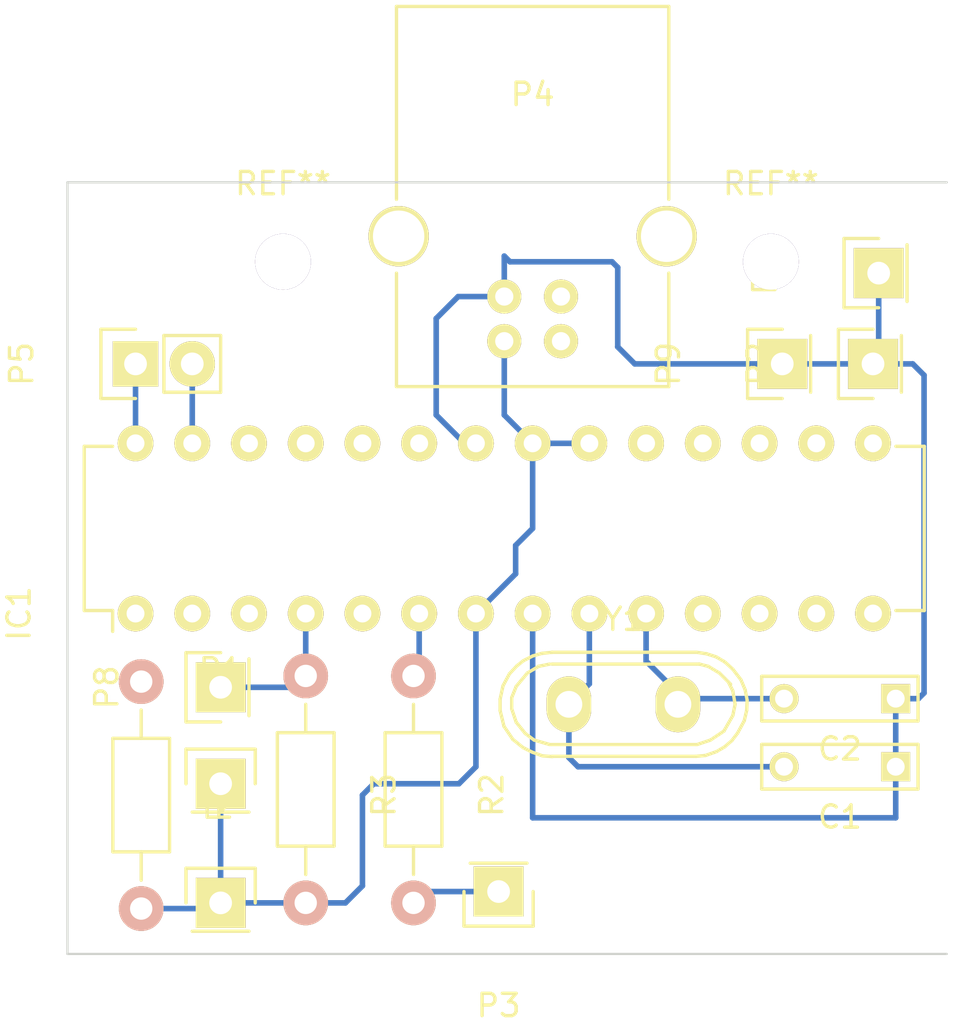
<source format=kicad_pcb>
(kicad_pcb (version 4) (host pcbnew 4.0.2+dfsg1-2~bpo8+1-stable)

  (general
    (links 26)
    (no_connects 2)
    (area 139.197 89.426999 182.673584 135.615)
    (thickness 1.6)
    (drawings 8)
    (tracks 60)
    (zones 0)
    (modules 18)
    (nets 30)
  )

  (page A4)
  (layers
    (0 F.Cu signal)
    (31 B.Cu signal)
    (32 B.Adhes user)
    (33 F.Adhes user)
    (34 B.Paste user)
    (35 F.Paste user)
    (36 B.SilkS user)
    (37 F.SilkS user)
    (38 B.Mask user)
    (39 F.Mask user)
    (40 Dwgs.User user)
    (41 Cmts.User user)
    (42 Eco1.User user)
    (43 Eco2.User user)
    (44 Edge.Cuts user)
    (45 Margin user)
    (46 B.CrtYd user)
    (47 F.CrtYd user)
    (48 B.Fab user)
    (49 F.Fab user)
  )

  (setup
    (last_trace_width 0.25)
    (trace_clearance 0.2)
    (zone_clearance 0.508)
    (zone_45_only no)
    (trace_min 0.2)
    (segment_width 0.2)
    (edge_width 0.1)
    (via_size 0.6)
    (via_drill 0.4)
    (via_min_size 0.4)
    (via_min_drill 0.3)
    (uvia_size 0.3)
    (uvia_drill 0.1)
    (uvias_allowed no)
    (uvia_min_size 0.2)
    (uvia_min_drill 0.1)
    (pcb_text_width 0.3)
    (pcb_text_size 1.5 1.5)
    (mod_edge_width 0.15)
    (mod_text_size 1 1)
    (mod_text_width 0.15)
    (pad_size 1.5 1.5)
    (pad_drill 0.6)
    (pad_to_mask_clearance 0)
    (aux_axis_origin 152.4635 83.4771)
    (visible_elements FFFFFF7F)
    (pcbplotparams
      (layerselection 0x030f0_80000001)
      (usegerberextensions false)
      (excludeedgelayer true)
      (linewidth 0.100000)
      (plotframeref false)
      (viasonmask false)
      (mode 1)
      (useauxorigin false)
      (hpglpennumber 1)
      (hpglpenspeed 20)
      (hpglpendiameter 15)
      (hpglpenoverlay 2)
      (psnegative false)
      (psa4output false)
      (plotreference true)
      (plotvalue true)
      (plotinvisibletext false)
      (padsonsilk false)
      (subtractmaskfromsilk false)
      (outputformat 1)
      (mirror false)
      (drillshape 0)
      (scaleselection 1)
      (outputdirectory /tmp/gerb))
  )

  (net 0 "")
  (net 1 GND)
  (net 2 "Net-(C1-Pad2)")
  (net 3 "Net-(C2-Pad2)")
  (net 4 "Net-(IC1-Pad1)")
  (net 5 "Net-(IC1-Pad2)")
  (net 6 "Net-(IC1-Pad3)")
  (net 7 "Net-(IC1-Pad4)")
  (net 8 "Net-(IC1-Pad5)")
  (net 9 "Net-(IC1-Pad6)")
  (net 10 +5C)
  (net 11 "Net-(IC1-Pad11)")
  (net 12 "Net-(IC1-Pad12)")
  (net 13 "Net-(IC1-Pad13)")
  (net 14 "Net-(IC1-Pad14)")
  (net 15 "Net-(IC1-Pad15)")
  (net 16 "Net-(IC1-Pad16)")
  (net 17 "Net-(IC1-Pad17)")
  (net 18 "Net-(IC1-Pad18)")
  (net 19 "Net-(IC1-Pad19)")
  (net 20 "Net-(IC1-Pad23)")
  (net 21 "Net-(IC1-Pad24)")
  (net 22 "Net-(IC1-Pad25)")
  (net 23 "Net-(IC1-Pad26)")
  (net 24 "Net-(IC1-Pad27)")
  (net 25 "Net-(IC1-Pad28)")
  (net 26 "Net-(P3-Pad1)")
  (net 27 "Net-(P4-Pad2)")
  (net 28 "Net-(P4-Pad3)")
  (net 29 "Net-(P4-Pad5)")

  (net_class Default "This is the default net class."
    (clearance 0.2)
    (trace_width 0.25)
    (via_dia 0.6)
    (via_drill 0.4)
    (uvia_dia 0.3)
    (uvia_drill 0.1)
    (add_net +5C)
    (add_net GND)
    (add_net "Net-(C1-Pad2)")
    (add_net "Net-(C2-Pad2)")
    (add_net "Net-(IC1-Pad1)")
    (add_net "Net-(IC1-Pad11)")
    (add_net "Net-(IC1-Pad12)")
    (add_net "Net-(IC1-Pad13)")
    (add_net "Net-(IC1-Pad14)")
    (add_net "Net-(IC1-Pad15)")
    (add_net "Net-(IC1-Pad16)")
    (add_net "Net-(IC1-Pad17)")
    (add_net "Net-(IC1-Pad18)")
    (add_net "Net-(IC1-Pad19)")
    (add_net "Net-(IC1-Pad2)")
    (add_net "Net-(IC1-Pad23)")
    (add_net "Net-(IC1-Pad24)")
    (add_net "Net-(IC1-Pad25)")
    (add_net "Net-(IC1-Pad26)")
    (add_net "Net-(IC1-Pad27)")
    (add_net "Net-(IC1-Pad28)")
    (add_net "Net-(IC1-Pad3)")
    (add_net "Net-(IC1-Pad4)")
    (add_net "Net-(IC1-Pad5)")
    (add_net "Net-(IC1-Pad6)")
    (add_net "Net-(P3-Pad1)")
    (add_net "Net-(P4-Pad2)")
    (add_net "Net-(P4-Pad3)")
    (add_net "Net-(P4-Pad5)")
  )

  (module Capacitors_ThroughHole:C_Rect_L7_W2_P5 (layer F.Cu) (tedit 0) (tstamp 56FEA689)
    (at 179.578 123.952 180)
    (descr "Film Capacitor Length 7 x Width 2mm, Pitch 5mm")
    (tags Capacitor)
    (path /56E2A4EF)
    (fp_text reference C1 (at 2.5 -2.25 180) (layer F.SilkS)
      (effects (font (size 1 1) (thickness 0.15)))
    )
    (fp_text value "C 22pf" (at 2.5 2.5 180) (layer F.Fab)
      (effects (font (size 1 1) (thickness 0.15)))
    )
    (fp_line (start -1.25 -1.25) (end 6.25 -1.25) (layer F.CrtYd) (width 0.05))
    (fp_line (start 6.25 -1.25) (end 6.25 1.25) (layer F.CrtYd) (width 0.05))
    (fp_line (start 6.25 1.25) (end -1.25 1.25) (layer F.CrtYd) (width 0.05))
    (fp_line (start -1.25 1.25) (end -1.25 -1.25) (layer F.CrtYd) (width 0.05))
    (fp_line (start -1 -1) (end 6 -1) (layer F.SilkS) (width 0.15))
    (fp_line (start 6 -1) (end 6 1) (layer F.SilkS) (width 0.15))
    (fp_line (start 6 1) (end -1 1) (layer F.SilkS) (width 0.15))
    (fp_line (start -1 1) (end -1 -1) (layer F.SilkS) (width 0.15))
    (pad 1 thru_hole rect (at 0 0 180) (size 1.3 1.3) (drill 0.8) (layers *.Cu *.Mask F.SilkS)
      (net 1 GND))
    (pad 2 thru_hole circle (at 5 0 180) (size 1.3 1.3) (drill 0.8) (layers *.Cu *.Mask F.SilkS)
      (net 2 "Net-(C1-Pad2)"))
    (model Capacitors_ThroughHole.3dshapes/C_Rect_L7_W2_P5.wrl
      (at (xyz 0.098425 0 0))
      (scale (xyz 1 1 1))
      (rotate (xyz 0 0 0))
    )
  )

  (module Capacitors_ThroughHole:C_Rect_L7_W2_P5 (layer F.Cu) (tedit 0) (tstamp 56FEA697)
    (at 179.578 120.904 180)
    (descr "Film Capacitor Length 7 x Width 2mm, Pitch 5mm")
    (tags Capacitor)
    (path /56E2A45A)
    (fp_text reference C2 (at 2.5 -2.25 180) (layer F.SilkS)
      (effects (font (size 1 1) (thickness 0.15)))
    )
    (fp_text value C (at 2.5 2.5 180) (layer F.Fab)
      (effects (font (size 1 1) (thickness 0.15)))
    )
    (fp_line (start -1.25 -1.25) (end 6.25 -1.25) (layer F.CrtYd) (width 0.05))
    (fp_line (start 6.25 -1.25) (end 6.25 1.25) (layer F.CrtYd) (width 0.05))
    (fp_line (start 6.25 1.25) (end -1.25 1.25) (layer F.CrtYd) (width 0.05))
    (fp_line (start -1.25 1.25) (end -1.25 -1.25) (layer F.CrtYd) (width 0.05))
    (fp_line (start -1 -1) (end 6 -1) (layer F.SilkS) (width 0.15))
    (fp_line (start 6 -1) (end 6 1) (layer F.SilkS) (width 0.15))
    (fp_line (start 6 1) (end -1 1) (layer F.SilkS) (width 0.15))
    (fp_line (start -1 1) (end -1 -1) (layer F.SilkS) (width 0.15))
    (pad 1 thru_hole rect (at 0 0 180) (size 1.3 1.3) (drill 0.8) (layers *.Cu *.Mask F.SilkS)
      (net 1 GND))
    (pad 2 thru_hole circle (at 5 0 180) (size 1.3 1.3) (drill 0.8) (layers *.Cu *.Mask F.SilkS)
      (net 3 "Net-(C2-Pad2)"))
    (model Capacitors_ThroughHole.3dshapes/C_Rect_L7_W2_P5.wrl
      (at (xyz 0.098425 0 0))
      (scale (xyz 1 1 1))
      (rotate (xyz 0 0 0))
    )
  )

  (module Housings_DIP:DIP-28_W7.62mm (layer F.Cu) (tedit 54130A77) (tstamp 56FEA6C2)
    (at 145.542 117.094 90)
    (descr "28-lead dip package, row spacing 7.62 mm (300 mils)")
    (tags "dil dip 2.54 300")
    (path /56E2A319)
    (fp_text reference IC1 (at 0 -5.22 90) (layer F.SilkS)
      (effects (font (size 1 1) (thickness 0.15)))
    )
    (fp_text value ATMEGA328P-P (at 0 -3.72 90) (layer F.Fab)
      (effects (font (size 1 1) (thickness 0.15)))
    )
    (fp_line (start -1.05 -2.45) (end -1.05 35.5) (layer F.CrtYd) (width 0.05))
    (fp_line (start 8.65 -2.45) (end 8.65 35.5) (layer F.CrtYd) (width 0.05))
    (fp_line (start -1.05 -2.45) (end 8.65 -2.45) (layer F.CrtYd) (width 0.05))
    (fp_line (start -1.05 35.5) (end 8.65 35.5) (layer F.CrtYd) (width 0.05))
    (fp_line (start 0.135 -2.295) (end 0.135 -1.025) (layer F.SilkS) (width 0.15))
    (fp_line (start 7.485 -2.295) (end 7.485 -1.025) (layer F.SilkS) (width 0.15))
    (fp_line (start 7.485 35.315) (end 7.485 34.045) (layer F.SilkS) (width 0.15))
    (fp_line (start 0.135 35.315) (end 0.135 34.045) (layer F.SilkS) (width 0.15))
    (fp_line (start 0.135 -2.295) (end 7.485 -2.295) (layer F.SilkS) (width 0.15))
    (fp_line (start 0.135 35.315) (end 7.485 35.315) (layer F.SilkS) (width 0.15))
    (fp_line (start 0.135 -1.025) (end -0.8 -1.025) (layer F.SilkS) (width 0.15))
    (pad 1 thru_hole oval (at 0 0 90) (size 1.6 1.6) (drill 0.8) (layers *.Cu *.Mask F.SilkS)
      (net 4 "Net-(IC1-Pad1)"))
    (pad 2 thru_hole oval (at 0 2.54 90) (size 1.6 1.6) (drill 0.8) (layers *.Cu *.Mask F.SilkS)
      (net 5 "Net-(IC1-Pad2)"))
    (pad 3 thru_hole oval (at 0 5.08 90) (size 1.6 1.6) (drill 0.8) (layers *.Cu *.Mask F.SilkS)
      (net 6 "Net-(IC1-Pad3)"))
    (pad 4 thru_hole oval (at 0 7.62 90) (size 1.6 1.6) (drill 0.8) (layers *.Cu *.Mask F.SilkS)
      (net 7 "Net-(IC1-Pad4)"))
    (pad 5 thru_hole oval (at 0 10.16 90) (size 1.6 1.6) (drill 0.8) (layers *.Cu *.Mask F.SilkS)
      (net 8 "Net-(IC1-Pad5)"))
    (pad 6 thru_hole oval (at 0 12.7 90) (size 1.6 1.6) (drill 0.8) (layers *.Cu *.Mask F.SilkS)
      (net 9 "Net-(IC1-Pad6)"))
    (pad 7 thru_hole oval (at 0 15.24 90) (size 1.6 1.6) (drill 0.8) (layers *.Cu *.Mask F.SilkS)
      (net 10 +5C))
    (pad 8 thru_hole oval (at 0 17.78 90) (size 1.6 1.6) (drill 0.8) (layers *.Cu *.Mask F.SilkS)
      (net 1 GND))
    (pad 9 thru_hole oval (at 0 20.32 90) (size 1.6 1.6) (drill 0.8) (layers *.Cu *.Mask F.SilkS)
      (net 2 "Net-(C1-Pad2)"))
    (pad 10 thru_hole oval (at 0 22.86 90) (size 1.6 1.6) (drill 0.8) (layers *.Cu *.Mask F.SilkS)
      (net 3 "Net-(C2-Pad2)"))
    (pad 11 thru_hole oval (at 0 25.4 90) (size 1.6 1.6) (drill 0.8) (layers *.Cu *.Mask F.SilkS)
      (net 11 "Net-(IC1-Pad11)"))
    (pad 12 thru_hole oval (at 0 27.94 90) (size 1.6 1.6) (drill 0.8) (layers *.Cu *.Mask F.SilkS)
      (net 12 "Net-(IC1-Pad12)"))
    (pad 13 thru_hole oval (at 0 30.48 90) (size 1.6 1.6) (drill 0.8) (layers *.Cu *.Mask F.SilkS)
      (net 13 "Net-(IC1-Pad13)"))
    (pad 14 thru_hole oval (at 0 33.02 90) (size 1.6 1.6) (drill 0.8) (layers *.Cu *.Mask F.SilkS)
      (net 14 "Net-(IC1-Pad14)"))
    (pad 15 thru_hole oval (at 7.62 33.02 90) (size 1.6 1.6) (drill 0.8) (layers *.Cu *.Mask F.SilkS)
      (net 15 "Net-(IC1-Pad15)"))
    (pad 16 thru_hole oval (at 7.62 30.48 90) (size 1.6 1.6) (drill 0.8) (layers *.Cu *.Mask F.SilkS)
      (net 16 "Net-(IC1-Pad16)"))
    (pad 17 thru_hole oval (at 7.62 27.94 90) (size 1.6 1.6) (drill 0.8) (layers *.Cu *.Mask F.SilkS)
      (net 17 "Net-(IC1-Pad17)"))
    (pad 18 thru_hole oval (at 7.62 25.4 90) (size 1.6 1.6) (drill 0.8) (layers *.Cu *.Mask F.SilkS)
      (net 18 "Net-(IC1-Pad18)"))
    (pad 19 thru_hole oval (at 7.62 22.86 90) (size 1.6 1.6) (drill 0.8) (layers *.Cu *.Mask F.SilkS)
      (net 19 "Net-(IC1-Pad19)"))
    (pad 20 thru_hole oval (at 7.62 20.32 90) (size 1.6 1.6) (drill 0.8) (layers *.Cu *.Mask F.SilkS)
      (net 10 +5C))
    (pad 21 thru_hole oval (at 7.62 17.78 90) (size 1.6 1.6) (drill 0.8) (layers *.Cu *.Mask F.SilkS)
      (net 10 +5C))
    (pad 22 thru_hole oval (at 7.62 15.24 90) (size 1.6 1.6) (drill 0.8) (layers *.Cu *.Mask F.SilkS)
      (net 1 GND))
    (pad 23 thru_hole oval (at 7.62 12.7 90) (size 1.6 1.6) (drill 0.8) (layers *.Cu *.Mask F.SilkS)
      (net 20 "Net-(IC1-Pad23)"))
    (pad 24 thru_hole oval (at 7.62 10.16 90) (size 1.6 1.6) (drill 0.8) (layers *.Cu *.Mask F.SilkS)
      (net 21 "Net-(IC1-Pad24)"))
    (pad 25 thru_hole oval (at 7.62 7.62 90) (size 1.6 1.6) (drill 0.8) (layers *.Cu *.Mask F.SilkS)
      (net 22 "Net-(IC1-Pad25)"))
    (pad 26 thru_hole oval (at 7.62 5.08 90) (size 1.6 1.6) (drill 0.8) (layers *.Cu *.Mask F.SilkS)
      (net 23 "Net-(IC1-Pad26)"))
    (pad 27 thru_hole oval (at 7.62 2.54 90) (size 1.6 1.6) (drill 0.8) (layers *.Cu *.Mask F.SilkS)
      (net 24 "Net-(IC1-Pad27)"))
    (pad 28 thru_hole oval (at 7.62 0 90) (size 1.6 1.6) (drill 0.8) (layers *.Cu *.Mask F.SilkS)
      (net 25 "Net-(IC1-Pad28)"))
    (model Housings_DIP.3dshapes/DIP-28_W7.62mm.wrl
      (at (xyz 0 0 0))
      (scale (xyz 1 1 1))
      (rotate (xyz 0 0 0))
    )
  )

  (module Pin_Headers:Pin_Header_Straight_1x01 (layer F.Cu) (tedit 54EA08DC) (tstamp 56FEA6CF)
    (at 149.352 124.714)
    (descr "Through hole pin header")
    (tags "pin header")
    (path /56F452BE)
    (fp_text reference P1 (at 0 -5.1) (layer F.SilkS)
      (effects (font (size 1 1) (thickness 0.15)))
    )
    (fp_text value CONN_01X01 (at 0 -3.1) (layer F.Fab)
      (effects (font (size 1 1) (thickness 0.15)))
    )
    (fp_line (start 1.55 -1.55) (end 1.55 0) (layer F.SilkS) (width 0.15))
    (fp_line (start -1.75 -1.75) (end -1.75 1.75) (layer F.CrtYd) (width 0.05))
    (fp_line (start 1.75 -1.75) (end 1.75 1.75) (layer F.CrtYd) (width 0.05))
    (fp_line (start -1.75 -1.75) (end 1.75 -1.75) (layer F.CrtYd) (width 0.05))
    (fp_line (start -1.75 1.75) (end 1.75 1.75) (layer F.CrtYd) (width 0.05))
    (fp_line (start -1.55 0) (end -1.55 -1.55) (layer F.SilkS) (width 0.15))
    (fp_line (start -1.55 -1.55) (end 1.55 -1.55) (layer F.SilkS) (width 0.15))
    (fp_line (start -1.27 1.27) (end 1.27 1.27) (layer F.SilkS) (width 0.15))
    (pad 1 thru_hole rect (at 0 0) (size 2.2352 2.2352) (drill 1.016) (layers *.Cu *.Mask F.SilkS)
      (net 10 +5C))
    (model Pin_Headers.3dshapes/Pin_Header_Straight_1x01.wrl
      (at (xyz 0 0 0))
      (scale (xyz 1 1 1))
      (rotate (xyz 0 0 90))
    )
  )

  (module Pin_Headers:Pin_Header_Straight_1x01 (layer F.Cu) (tedit 54EA08DC) (tstamp 56FEA6DC)
    (at 178.562 105.918 90)
    (descr "Through hole pin header")
    (tags "pin header")
    (path /56F450A2)
    (fp_text reference P2 (at 0 -5.1 90) (layer F.SilkS)
      (effects (font (size 1 1) (thickness 0.15)))
    )
    (fp_text value CONN_01X01 (at 0 -3.1 90) (layer F.Fab)
      (effects (font (size 1 1) (thickness 0.15)))
    )
    (fp_line (start 1.55 -1.55) (end 1.55 0) (layer F.SilkS) (width 0.15))
    (fp_line (start -1.75 -1.75) (end -1.75 1.75) (layer F.CrtYd) (width 0.05))
    (fp_line (start 1.75 -1.75) (end 1.75 1.75) (layer F.CrtYd) (width 0.05))
    (fp_line (start -1.75 -1.75) (end 1.75 -1.75) (layer F.CrtYd) (width 0.05))
    (fp_line (start -1.75 1.75) (end 1.75 1.75) (layer F.CrtYd) (width 0.05))
    (fp_line (start -1.55 0) (end -1.55 -1.55) (layer F.SilkS) (width 0.15))
    (fp_line (start -1.55 -1.55) (end 1.55 -1.55) (layer F.SilkS) (width 0.15))
    (fp_line (start -1.27 1.27) (end 1.27 1.27) (layer F.SilkS) (width 0.15))
    (pad 1 thru_hole rect (at 0 0 90) (size 2.2352 2.2352) (drill 1.016) (layers *.Cu *.Mask F.SilkS)
      (net 1 GND))
    (model Pin_Headers.3dshapes/Pin_Header_Straight_1x01.wrl
      (at (xyz 0 0 0))
      (scale (xyz 1 1 1))
      (rotate (xyz 0 0 90))
    )
  )

  (module Pin_Headers:Pin_Header_Straight_1x01 (layer F.Cu) (tedit 54EA08DC) (tstamp 56FEA6E9)
    (at 161.798 129.54 180)
    (descr "Through hole pin header")
    (tags "pin header")
    (path /56F4511B)
    (fp_text reference P3 (at 0 -5.1 180) (layer F.SilkS)
      (effects (font (size 1 1) (thickness 0.15)))
    )
    (fp_text value CONN_01X01 (at 0 -3.1 180) (layer F.Fab)
      (effects (font (size 1 1) (thickness 0.15)))
    )
    (fp_line (start 1.55 -1.55) (end 1.55 0) (layer F.SilkS) (width 0.15))
    (fp_line (start -1.75 -1.75) (end -1.75 1.75) (layer F.CrtYd) (width 0.05))
    (fp_line (start 1.75 -1.75) (end 1.75 1.75) (layer F.CrtYd) (width 0.05))
    (fp_line (start -1.75 -1.75) (end 1.75 -1.75) (layer F.CrtYd) (width 0.05))
    (fp_line (start -1.75 1.75) (end 1.75 1.75) (layer F.CrtYd) (width 0.05))
    (fp_line (start -1.55 0) (end -1.55 -1.55) (layer F.SilkS) (width 0.15))
    (fp_line (start -1.55 -1.55) (end 1.55 -1.55) (layer F.SilkS) (width 0.15))
    (fp_line (start -1.27 1.27) (end 1.27 1.27) (layer F.SilkS) (width 0.15))
    (pad 1 thru_hole rect (at 0 0 180) (size 2.2352 2.2352) (drill 1.016) (layers *.Cu *.Mask F.SilkS)
      (net 26 "Net-(P3-Pad1)"))
    (model Pin_Headers.3dshapes/Pin_Header_Straight_1x01.wrl
      (at (xyz 0 0 0))
      (scale (xyz 1 1 1))
      (rotate (xyz 0 0 90))
    )
  )

  (module Connect:USB_B (layer F.Cu) (tedit 55B36073) (tstamp 56FEA6FD)
    (at 162.052 104.902 90)
    (descr "USB B connector")
    (tags "USB_B USB_DEV")
    (path /56E2BE57)
    (fp_text reference P4 (at 11.049 1.27 180) (layer F.SilkS)
      (effects (font (size 1 1) (thickness 0.15)))
    )
    (fp_text value USB_B (at 4.699 1.27 180) (layer F.Fab)
      (effects (font (size 1 1) (thickness 0.15)))
    )
    (fp_line (start 15.25 8.9) (end -2.3 8.9) (layer F.CrtYd) (width 0.05))
    (fp_line (start -2.3 8.9) (end -2.3 -6.35) (layer F.CrtYd) (width 0.05))
    (fp_line (start -2.3 -6.35) (end 15.25 -6.35) (layer F.CrtYd) (width 0.05))
    (fp_line (start 15.25 -6.35) (end 15.25 8.9) (layer F.CrtYd) (width 0.05))
    (fp_line (start 6.35 7.366) (end 14.986 7.366) (layer F.SilkS) (width 0.15))
    (fp_line (start -2.032 7.366) (end 3.048 7.366) (layer F.SilkS) (width 0.15))
    (fp_line (start 6.35 -4.826) (end 14.986 -4.826) (layer F.SilkS) (width 0.15))
    (fp_line (start -2.032 -4.826) (end 3.048 -4.826) (layer F.SilkS) (width 0.15))
    (fp_line (start 14.986 -4.826) (end 14.986 7.366) (layer F.SilkS) (width 0.15))
    (fp_line (start -2.032 7.366) (end -2.032 -4.826) (layer F.SilkS) (width 0.15))
    (pad 2 thru_hole circle (at 0 2.54) (size 1.524 1.524) (drill 0.8128) (layers *.Cu *.Mask F.SilkS)
      (net 27 "Net-(P4-Pad2)"))
    (pad 1 thru_hole circle (at 0 0) (size 1.524 1.524) (drill 0.8128) (layers *.Cu *.Mask F.SilkS)
      (net 10 +5C))
    (pad 4 thru_hole circle (at 1.99898 0) (size 1.524 1.524) (drill 0.8128) (layers *.Cu *.Mask F.SilkS)
      (net 1 GND))
    (pad 3 thru_hole circle (at 1.99898 2.54) (size 1.524 1.524) (drill 0.8128) (layers *.Cu *.Mask F.SilkS)
      (net 28 "Net-(P4-Pad3)"))
    (pad 5 thru_hole circle (at 4.699 7.26948) (size 2.70002 2.70002) (drill 2.30124) (layers *.Cu *.Mask F.SilkS)
      (net 29 "Net-(P4-Pad5)"))
    (pad 5 thru_hole circle (at 4.699 -4.72948) (size 2.70002 2.70002) (drill 2.30124) (layers *.Cu *.Mask F.SilkS)
      (net 29 "Net-(P4-Pad5)"))
    (model Connect.3dshapes/USB_B.wrl
      (at (xyz 0.185 -0.05 0.001))
      (scale (xyz 0.3937 0.3937 0.3937))
      (rotate (xyz 0 0 -90))
    )
  )

  (module Pin_Headers:Pin_Header_Straight_1x02 (layer F.Cu) (tedit 54EA090C) (tstamp 56FEA70E)
    (at 145.542 105.918 90)
    (descr "Through hole pin header")
    (tags "pin header")
    (path /56F45454)
    (fp_text reference P5 (at 0 -5.1 90) (layer F.SilkS)
      (effects (font (size 1 1) (thickness 0.15)))
    )
    (fp_text value CONN_01X02 (at 0 -3.1 90) (layer F.Fab)
      (effects (font (size 1 1) (thickness 0.15)))
    )
    (fp_line (start 1.27 1.27) (end 1.27 3.81) (layer F.SilkS) (width 0.15))
    (fp_line (start 1.55 -1.55) (end 1.55 0) (layer F.SilkS) (width 0.15))
    (fp_line (start -1.75 -1.75) (end -1.75 4.3) (layer F.CrtYd) (width 0.05))
    (fp_line (start 1.75 -1.75) (end 1.75 4.3) (layer F.CrtYd) (width 0.05))
    (fp_line (start -1.75 -1.75) (end 1.75 -1.75) (layer F.CrtYd) (width 0.05))
    (fp_line (start -1.75 4.3) (end 1.75 4.3) (layer F.CrtYd) (width 0.05))
    (fp_line (start 1.27 1.27) (end -1.27 1.27) (layer F.SilkS) (width 0.15))
    (fp_line (start -1.55 0) (end -1.55 -1.55) (layer F.SilkS) (width 0.15))
    (fp_line (start -1.55 -1.55) (end 1.55 -1.55) (layer F.SilkS) (width 0.15))
    (fp_line (start -1.27 1.27) (end -1.27 3.81) (layer F.SilkS) (width 0.15))
    (fp_line (start -1.27 3.81) (end 1.27 3.81) (layer F.SilkS) (width 0.15))
    (pad 1 thru_hole rect (at 0 0 90) (size 2.032 2.032) (drill 1.016) (layers *.Cu *.Mask F.SilkS)
      (net 25 "Net-(IC1-Pad28)"))
    (pad 2 thru_hole oval (at 0 2.54 90) (size 2.032 2.032) (drill 1.016) (layers *.Cu *.Mask F.SilkS)
      (net 24 "Net-(IC1-Pad27)"))
    (model Pin_Headers.3dshapes/Pin_Header_Straight_1x02.wrl
      (at (xyz 0 -0.05 0))
      (scale (xyz 1 1 1))
      (rotate (xyz 0 0 90))
    )
  )

  (module Pin_Headers:Pin_Header_Straight_1x01 (layer F.Cu) (tedit 54EA08DC) (tstamp 56FEA71B)
    (at 178.816 101.854 90)
    (descr "Through hole pin header")
    (tags "pin header")
    (path /56F4531F)
    (fp_text reference P6 (at 0 -5.1 90) (layer F.SilkS)
      (effects (font (size 1 1) (thickness 0.15)))
    )
    (fp_text value CONN_01X01 (at 0 -3.1 90) (layer F.Fab)
      (effects (font (size 1 1) (thickness 0.15)))
    )
    (fp_line (start 1.55 -1.55) (end 1.55 0) (layer F.SilkS) (width 0.15))
    (fp_line (start -1.75 -1.75) (end -1.75 1.75) (layer F.CrtYd) (width 0.05))
    (fp_line (start 1.75 -1.75) (end 1.75 1.75) (layer F.CrtYd) (width 0.05))
    (fp_line (start -1.75 -1.75) (end 1.75 -1.75) (layer F.CrtYd) (width 0.05))
    (fp_line (start -1.75 1.75) (end 1.75 1.75) (layer F.CrtYd) (width 0.05))
    (fp_line (start -1.55 0) (end -1.55 -1.55) (layer F.SilkS) (width 0.15))
    (fp_line (start -1.55 -1.55) (end 1.55 -1.55) (layer F.SilkS) (width 0.15))
    (fp_line (start -1.27 1.27) (end 1.27 1.27) (layer F.SilkS) (width 0.15))
    (pad 1 thru_hole rect (at 0 0 90) (size 2.2352 2.2352) (drill 1.016) (layers *.Cu *.Mask F.SilkS)
      (net 1 GND))
    (model Pin_Headers.3dshapes/Pin_Header_Straight_1x01.wrl
      (at (xyz 0 0 0))
      (scale (xyz 1 1 1))
      (rotate (xyz 0 0 90))
    )
  )

  (module Pin_Headers:Pin_Header_Straight_1x01 (layer F.Cu) (tedit 54EA08DC) (tstamp 56FEA728)
    (at 149.352 130.048)
    (descr "Through hole pin header")
    (tags "pin header")
    (path /56F45568)
    (fp_text reference P7 (at 0 -5.1) (layer F.SilkS)
      (effects (font (size 1 1) (thickness 0.15)))
    )
    (fp_text value CONN_01X01 (at 0 -3.1) (layer F.Fab)
      (effects (font (size 1 1) (thickness 0.15)))
    )
    (fp_line (start 1.55 -1.55) (end 1.55 0) (layer F.SilkS) (width 0.15))
    (fp_line (start -1.75 -1.75) (end -1.75 1.75) (layer F.CrtYd) (width 0.05))
    (fp_line (start 1.75 -1.75) (end 1.75 1.75) (layer F.CrtYd) (width 0.05))
    (fp_line (start -1.75 -1.75) (end 1.75 -1.75) (layer F.CrtYd) (width 0.05))
    (fp_line (start -1.75 1.75) (end 1.75 1.75) (layer F.CrtYd) (width 0.05))
    (fp_line (start -1.55 0) (end -1.55 -1.55) (layer F.SilkS) (width 0.15))
    (fp_line (start -1.55 -1.55) (end 1.55 -1.55) (layer F.SilkS) (width 0.15))
    (fp_line (start -1.27 1.27) (end 1.27 1.27) (layer F.SilkS) (width 0.15))
    (pad 1 thru_hole rect (at 0 0) (size 2.2352 2.2352) (drill 1.016) (layers *.Cu *.Mask F.SilkS)
      (net 10 +5C))
    (model Pin_Headers.3dshapes/Pin_Header_Straight_1x01.wrl
      (at (xyz 0 0 0))
      (scale (xyz 1 1 1))
      (rotate (xyz 0 0 90))
    )
  )

  (module Pin_Headers:Pin_Header_Straight_1x01 (layer F.Cu) (tedit 54EA08DC) (tstamp 56FEA735)
    (at 149.352 120.396 90)
    (descr "Through hole pin header")
    (tags "pin header")
    (path /56F455AB)
    (fp_text reference P8 (at 0 -5.1 90) (layer F.SilkS)
      (effects (font (size 1 1) (thickness 0.15)))
    )
    (fp_text value CONN_01X01 (at 0 -3.1 90) (layer F.Fab)
      (effects (font (size 1 1) (thickness 0.15)))
    )
    (fp_line (start 1.55 -1.55) (end 1.55 0) (layer F.SilkS) (width 0.15))
    (fp_line (start -1.75 -1.75) (end -1.75 1.75) (layer F.CrtYd) (width 0.05))
    (fp_line (start 1.75 -1.75) (end 1.75 1.75) (layer F.CrtYd) (width 0.05))
    (fp_line (start -1.75 -1.75) (end 1.75 -1.75) (layer F.CrtYd) (width 0.05))
    (fp_line (start -1.75 1.75) (end 1.75 1.75) (layer F.CrtYd) (width 0.05))
    (fp_line (start -1.55 0) (end -1.55 -1.55) (layer F.SilkS) (width 0.15))
    (fp_line (start -1.55 -1.55) (end 1.55 -1.55) (layer F.SilkS) (width 0.15))
    (fp_line (start -1.27 1.27) (end 1.27 1.27) (layer F.SilkS) (width 0.15))
    (pad 1 thru_hole rect (at 0 0 90) (size 2.2352 2.2352) (drill 1.016) (layers *.Cu *.Mask F.SilkS)
      (net 7 "Net-(IC1-Pad4)"))
    (model Pin_Headers.3dshapes/Pin_Header_Straight_1x01.wrl
      (at (xyz 0 0 0))
      (scale (xyz 1 1 1))
      (rotate (xyz 0 0 90))
    )
  )

  (module Pin_Headers:Pin_Header_Straight_1x01 (layer F.Cu) (tedit 54EA08DC) (tstamp 56FEA742)
    (at 174.498 105.918 90)
    (descr "Through hole pin header")
    (tags "pin header")
    (path /56F45785)
    (fp_text reference P9 (at 0 -5.1 90) (layer F.SilkS)
      (effects (font (size 1 1) (thickness 0.15)))
    )
    (fp_text value CONN_01X01 (at 0 -3.1 90) (layer F.Fab)
      (effects (font (size 1 1) (thickness 0.15)))
    )
    (fp_line (start 1.55 -1.55) (end 1.55 0) (layer F.SilkS) (width 0.15))
    (fp_line (start -1.75 -1.75) (end -1.75 1.75) (layer F.CrtYd) (width 0.05))
    (fp_line (start 1.75 -1.75) (end 1.75 1.75) (layer F.CrtYd) (width 0.05))
    (fp_line (start -1.75 -1.75) (end 1.75 -1.75) (layer F.CrtYd) (width 0.05))
    (fp_line (start -1.75 1.75) (end 1.75 1.75) (layer F.CrtYd) (width 0.05))
    (fp_line (start -1.55 0) (end -1.55 -1.55) (layer F.SilkS) (width 0.15))
    (fp_line (start -1.55 -1.55) (end 1.55 -1.55) (layer F.SilkS) (width 0.15))
    (fp_line (start -1.27 1.27) (end 1.27 1.27) (layer F.SilkS) (width 0.15))
    (pad 1 thru_hole rect (at 0 0 90) (size 2.2352 2.2352) (drill 1.016) (layers *.Cu *.Mask F.SilkS)
      (net 1 GND))
    (model Pin_Headers.3dshapes/Pin_Header_Straight_1x01.wrl
      (at (xyz 0 0 0))
      (scale (xyz 1 1 1))
      (rotate (xyz 0 0 90))
    )
  )

  (module Resistors_ThroughHole:Resistor_Horizontal_RM10mm (layer F.Cu) (tedit 56648415) (tstamp 56FEA752)
    (at 145.796 120.142 270)
    (descr "Resistor, Axial,  RM 10mm, 1/3W")
    (tags "Resistor Axial RM 10mm 1/3W")
    (path /56E2AC7E)
    (fp_text reference R1 (at 5.32892 -3.50012 270) (layer F.SilkS)
      (effects (font (size 1 1) (thickness 0.15)))
    )
    (fp_text value R (at 5.08 3.81 270) (layer F.Fab)
      (effects (font (size 1 1) (thickness 0.15)))
    )
    (fp_line (start -1.25 -1.5) (end 11.4 -1.5) (layer F.CrtYd) (width 0.05))
    (fp_line (start -1.25 1.5) (end -1.25 -1.5) (layer F.CrtYd) (width 0.05))
    (fp_line (start 11.4 -1.5) (end 11.4 1.5) (layer F.CrtYd) (width 0.05))
    (fp_line (start -1.25 1.5) (end 11.4 1.5) (layer F.CrtYd) (width 0.05))
    (fp_line (start 2.54 -1.27) (end 7.62 -1.27) (layer F.SilkS) (width 0.15))
    (fp_line (start 7.62 -1.27) (end 7.62 1.27) (layer F.SilkS) (width 0.15))
    (fp_line (start 7.62 1.27) (end 2.54 1.27) (layer F.SilkS) (width 0.15))
    (fp_line (start 2.54 1.27) (end 2.54 -1.27) (layer F.SilkS) (width 0.15))
    (fp_line (start 2.54 0) (end 1.27 0) (layer F.SilkS) (width 0.15))
    (fp_line (start 7.62 0) (end 8.89 0) (layer F.SilkS) (width 0.15))
    (pad 1 thru_hole circle (at 0 0 270) (size 1.99898 1.99898) (drill 1.00076) (layers *.Cu *.SilkS *.Mask)
      (net 4 "Net-(IC1-Pad1)"))
    (pad 2 thru_hole circle (at 10.16 0 270) (size 1.99898 1.99898) (drill 1.00076) (layers *.Cu *.SilkS *.Mask)
      (net 10 +5C))
    (model Resistors_ThroughHole.3dshapes/Resistor_Horizontal_RM10mm.wrl
      (at (xyz 0 0 0))
      (scale (xyz 0.4 0.4 0.4))
      (rotate (xyz 0 0 0))
    )
  )

  (module Resistors_ThroughHole:Resistor_Horizontal_RM10mm (layer F.Cu) (tedit 56648415) (tstamp 56FEA762)
    (at 157.988 119.888 270)
    (descr "Resistor, Axial,  RM 10mm, 1/3W")
    (tags "Resistor Axial RM 10mm 1/3W")
    (path /56E2B318)
    (fp_text reference R2 (at 5.32892 -3.50012 270) (layer F.SilkS)
      (effects (font (size 1 1) (thickness 0.15)))
    )
    (fp_text value R (at 5.08 3.81 270) (layer F.Fab)
      (effects (font (size 1 1) (thickness 0.15)))
    )
    (fp_line (start -1.25 -1.5) (end 11.4 -1.5) (layer F.CrtYd) (width 0.05))
    (fp_line (start -1.25 1.5) (end -1.25 -1.5) (layer F.CrtYd) (width 0.05))
    (fp_line (start 11.4 -1.5) (end 11.4 1.5) (layer F.CrtYd) (width 0.05))
    (fp_line (start -1.25 1.5) (end 11.4 1.5) (layer F.CrtYd) (width 0.05))
    (fp_line (start 2.54 -1.27) (end 7.62 -1.27) (layer F.SilkS) (width 0.15))
    (fp_line (start 7.62 -1.27) (end 7.62 1.27) (layer F.SilkS) (width 0.15))
    (fp_line (start 7.62 1.27) (end 2.54 1.27) (layer F.SilkS) (width 0.15))
    (fp_line (start 2.54 1.27) (end 2.54 -1.27) (layer F.SilkS) (width 0.15))
    (fp_line (start 2.54 0) (end 1.27 0) (layer F.SilkS) (width 0.15))
    (fp_line (start 7.62 0) (end 8.89 0) (layer F.SilkS) (width 0.15))
    (pad 1 thru_hole circle (at 0 0 270) (size 1.99898 1.99898) (drill 1.00076) (layers *.Cu *.SilkS *.Mask)
      (net 9 "Net-(IC1-Pad6)"))
    (pad 2 thru_hole circle (at 10.16 0 270) (size 1.99898 1.99898) (drill 1.00076) (layers *.Cu *.SilkS *.Mask)
      (net 26 "Net-(P3-Pad1)"))
    (model Resistors_ThroughHole.3dshapes/Resistor_Horizontal_RM10mm.wrl
      (at (xyz 0 0 0))
      (scale (xyz 0.4 0.4 0.4))
      (rotate (xyz 0 0 0))
    )
  )

  (module Resistors_ThroughHole:Resistor_Horizontal_RM10mm (layer F.Cu) (tedit 56648415) (tstamp 56FEA772)
    (at 153.162 119.888 270)
    (descr "Resistor, Axial,  RM 10mm, 1/3W")
    (tags "Resistor Axial RM 10mm 1/3W")
    (path /56E2AA17)
    (fp_text reference R3 (at 5.32892 -3.50012 270) (layer F.SilkS)
      (effects (font (size 1 1) (thickness 0.15)))
    )
    (fp_text value R (at 5.08 3.81 270) (layer F.Fab)
      (effects (font (size 1 1) (thickness 0.15)))
    )
    (fp_line (start -1.25 -1.5) (end 11.4 -1.5) (layer F.CrtYd) (width 0.05))
    (fp_line (start -1.25 1.5) (end -1.25 -1.5) (layer F.CrtYd) (width 0.05))
    (fp_line (start 11.4 -1.5) (end 11.4 1.5) (layer F.CrtYd) (width 0.05))
    (fp_line (start -1.25 1.5) (end 11.4 1.5) (layer F.CrtYd) (width 0.05))
    (fp_line (start 2.54 -1.27) (end 7.62 -1.27) (layer F.SilkS) (width 0.15))
    (fp_line (start 7.62 -1.27) (end 7.62 1.27) (layer F.SilkS) (width 0.15))
    (fp_line (start 7.62 1.27) (end 2.54 1.27) (layer F.SilkS) (width 0.15))
    (fp_line (start 2.54 1.27) (end 2.54 -1.27) (layer F.SilkS) (width 0.15))
    (fp_line (start 2.54 0) (end 1.27 0) (layer F.SilkS) (width 0.15))
    (fp_line (start 7.62 0) (end 8.89 0) (layer F.SilkS) (width 0.15))
    (pad 1 thru_hole circle (at 0 0 270) (size 1.99898 1.99898) (drill 1.00076) (layers *.Cu *.SilkS *.Mask)
      (net 7 "Net-(IC1-Pad4)"))
    (pad 2 thru_hole circle (at 10.16 0 270) (size 1.99898 1.99898) (drill 1.00076) (layers *.Cu *.SilkS *.Mask)
      (net 10 +5C))
    (model Resistors_ThroughHole.3dshapes/Resistor_Horizontal_RM10mm.wrl
      (at (xyz 0 0 0))
      (scale (xyz 0.4 0.4 0.4))
      (rotate (xyz 0 0 0))
    )
  )

  (module Crystals:Crystal_HC50-U_Vertical (layer F.Cu) (tedit 0) (tstamp 56FEA7AB)
    (at 167.386 121.158)
    (descr "Crystal, Quarz, HC50/U, vertical, stehend,")
    (tags "Crystal, Quarz, HC50/U, vertical, stehend,")
    (path /56E2A3E9)
    (fp_text reference Y1 (at 0 -3.81) (layer F.SilkS)
      (effects (font (size 1 1) (thickness 0.15)))
    )
    (fp_text value Crystal (at 0 3.81) (layer F.Fab)
      (effects (font (size 1 1) (thickness 0.15)))
    )
    (fp_line (start 4.699 -1.00076) (end 4.89966 -0.59944) (layer F.SilkS) (width 0.15))
    (fp_line (start 4.89966 -0.59944) (end 5.00126 0) (layer F.SilkS) (width 0.15))
    (fp_line (start 5.00126 0) (end 4.89966 0.50038) (layer F.SilkS) (width 0.15))
    (fp_line (start 4.89966 0.50038) (end 4.50088 1.19888) (layer F.SilkS) (width 0.15))
    (fp_line (start 4.50088 1.19888) (end 3.8989 1.6002) (layer F.SilkS) (width 0.15))
    (fp_line (start 3.8989 1.6002) (end 3.29946 1.80086) (layer F.SilkS) (width 0.15))
    (fp_line (start 3.29946 1.80086) (end -3.29946 1.80086) (layer F.SilkS) (width 0.15))
    (fp_line (start -3.29946 1.80086) (end -4.0005 1.6002) (layer F.SilkS) (width 0.15))
    (fp_line (start -4.0005 1.6002) (end -4.39928 1.30048) (layer F.SilkS) (width 0.15))
    (fp_line (start -4.39928 1.30048) (end -4.8006 0.8001) (layer F.SilkS) (width 0.15))
    (fp_line (start -4.8006 0.8001) (end -5.00126 0.20066) (layer F.SilkS) (width 0.15))
    (fp_line (start -5.00126 0.20066) (end -5.00126 -0.29972) (layer F.SilkS) (width 0.15))
    (fp_line (start -5.00126 -0.29972) (end -4.8006 -0.8001) (layer F.SilkS) (width 0.15))
    (fp_line (start -4.8006 -0.8001) (end -4.30022 -1.39954) (layer F.SilkS) (width 0.15))
    (fp_line (start -4.30022 -1.39954) (end -3.79984 -1.69926) (layer F.SilkS) (width 0.15))
    (fp_line (start -3.79984 -1.69926) (end -3.29946 -1.80086) (layer F.SilkS) (width 0.15))
    (fp_line (start -3.2004 -1.80086) (end 3.40106 -1.80086) (layer F.SilkS) (width 0.15))
    (fp_line (start 3.40106 -1.80086) (end 3.79984 -1.69926) (layer F.SilkS) (width 0.15))
    (fp_line (start 3.79984 -1.69926) (end 4.30022 -1.39954) (layer F.SilkS) (width 0.15))
    (fp_line (start 4.30022 -1.39954) (end 4.8006 -0.89916) (layer F.SilkS) (width 0.15))
    (fp_line (start -3.19024 -2.32918) (end -3.64998 -2.28092) (layer F.SilkS) (width 0.15))
    (fp_line (start -3.64998 -2.28092) (end -4.04876 -2.16916) (layer F.SilkS) (width 0.15))
    (fp_line (start -4.04876 -2.16916) (end -4.48056 -1.95072) (layer F.SilkS) (width 0.15))
    (fp_line (start -4.48056 -1.95072) (end -4.77012 -1.71958) (layer F.SilkS) (width 0.15))
    (fp_line (start -4.77012 -1.71958) (end -5.10032 -1.36906) (layer F.SilkS) (width 0.15))
    (fp_line (start -5.10032 -1.36906) (end -5.38988 -0.83058) (layer F.SilkS) (width 0.15))
    (fp_line (start -5.38988 -0.83058) (end -5.51942 -0.23114) (layer F.SilkS) (width 0.15))
    (fp_line (start -5.51942 -0.23114) (end -5.51942 0.2794) (layer F.SilkS) (width 0.15))
    (fp_line (start -5.51942 0.2794) (end -5.34924 0.98044) (layer F.SilkS) (width 0.15))
    (fp_line (start -5.34924 0.98044) (end -4.95046 1.56972) (layer F.SilkS) (width 0.15))
    (fp_line (start -4.95046 1.56972) (end -4.49072 1.94056) (layer F.SilkS) (width 0.15))
    (fp_line (start -4.49072 1.94056) (end -4.06908 2.14884) (layer F.SilkS) (width 0.15))
    (fp_line (start -4.06908 2.14884) (end -3.6195 2.30886) (layer F.SilkS) (width 0.15))
    (fp_line (start -3.6195 2.30886) (end -3.18008 2.33934) (layer F.SilkS) (width 0.15))
    (fp_line (start 4.16052 2.1209) (end 4.53898 1.89992) (layer F.SilkS) (width 0.15))
    (fp_line (start 4.53898 1.89992) (end 4.85902 1.62052) (layer F.SilkS) (width 0.15))
    (fp_line (start 4.85902 1.62052) (end 5.11048 1.29032) (layer F.SilkS) (width 0.15))
    (fp_line (start 5.11048 1.29032) (end 5.4102 0.73914) (layer F.SilkS) (width 0.15))
    (fp_line (start 5.4102 0.73914) (end 5.51942 0.26924) (layer F.SilkS) (width 0.15))
    (fp_line (start 5.51942 0.26924) (end 5.53974 -0.1905) (layer F.SilkS) (width 0.15))
    (fp_line (start 5.53974 -0.1905) (end 5.45084 -0.65024) (layer F.SilkS) (width 0.15))
    (fp_line (start 5.45084 -0.65024) (end 5.26034 -1.09982) (layer F.SilkS) (width 0.15))
    (fp_line (start 5.26034 -1.09982) (end 4.89966 -1.56972) (layer F.SilkS) (width 0.15))
    (fp_line (start 4.89966 -1.56972) (end 4.54914 -1.88976) (layer F.SilkS) (width 0.15))
    (fp_line (start 4.54914 -1.88976) (end 4.16052 -2.1209) (layer F.SilkS) (width 0.15))
    (fp_line (start 4.16052 -2.1209) (end 3.73126 -2.2606) (layer F.SilkS) (width 0.15))
    (fp_line (start 3.73126 -2.2606) (end 3.2893 -2.32918) (layer F.SilkS) (width 0.15))
    (fp_line (start -3.2004 2.32918) (end 3.2512 2.32918) (layer F.SilkS) (width 0.15))
    (fp_line (start 3.2512 2.32918) (end 3.6703 2.29108) (layer F.SilkS) (width 0.15))
    (fp_line (start 3.6703 2.29108) (end 4.16052 2.1209) (layer F.SilkS) (width 0.15))
    (fp_line (start -3.2004 -2.32918) (end 3.2512 -2.32918) (layer F.SilkS) (width 0.15))
    (pad 1 thru_hole oval (at -2.44094 0) (size 1.99898 2.49936) (drill 1.19888) (layers *.Cu *.Mask F.SilkS)
      (net 2 "Net-(C1-Pad2)"))
    (pad 2 thru_hole oval (at 2.44094 0) (size 1.99898 2.49936) (drill 1.19888) (layers *.Cu *.Mask F.SilkS)
      (net 3 "Net-(C2-Pad2)"))
  )

  (module Mounting_Holes:MountingHole_2-5mm (layer F.Cu) (tedit 0) (tstamp 56FFBC65)
    (at 152.146 101.346)
    (descr "Mounting hole, Befestigungsbohrung, 2,5mm, No Annular, Kein Restring,")
    (tags "Mounting hole, Befestigungsbohrung, 2,5mm, No Annular, Kein Restring,")
    (fp_text reference REF** (at 0 -3.50012) (layer F.SilkS)
      (effects (font (size 1 1) (thickness 0.15)))
    )
    (fp_text value MountingHole_2-5mm (at 0.09906 3.59918) (layer F.Fab)
      (effects (font (size 1 1) (thickness 0.15)))
    )
    (fp_circle (center 0 0) (end 2.5 0) (layer Cmts.User) (width 0.381))
    (pad 1 thru_hole circle (at 0 0) (size 2.5 2.5) (drill 2.5) (layers))
  )

  (module Mounting_Holes:MountingHole_2-5mm (layer F.Cu) (tedit 0) (tstamp 56FFBC70)
    (at 173.99 101.346)
    (descr "Mounting hole, Befestigungsbohrung, 2,5mm, No Annular, Kein Restring,")
    (tags "Mounting hole, Befestigungsbohrung, 2,5mm, No Annular, Kein Restring,")
    (fp_text reference REF** (at 0 -3.50012) (layer F.SilkS)
      (effects (font (size 1 1) (thickness 0.15)))
    )
    (fp_text value MountingHole_2-5mm (at 0.09906 3.59918) (layer F.Fab)
      (effects (font (size 1 1) (thickness 0.15)))
    )
    (fp_circle (center 0 0) (end 2.5 0) (layer Cmts.User) (width 0.381))
    (pad 1 thru_hole circle (at 0 0) (size 2.5 2.5) (drill 2.5) (layers))
  )

  (gr_line (start 142.494 132.334) (end 181.864 132.334) (angle 90) (layer Edge.Cuts) (width 0.1))
  (gr_line (start 142.494 97.79) (end 142.494 132.334) (angle 90) (layer Edge.Cuts) (width 0.1))
  (gr_line (start 181.864 97.79) (end 142.494 97.79) (angle 90) (layer Edge.Cuts) (width 0.1))
  (gr_line (start 142.494 97.79) (end 143.256 97.79) (angle 90) (layer F.Fab) (width 0.2))
  (gr_line (start 142.494 132.334) (end 142.494 97.79) (angle 90) (layer F.Fab) (width 0.2))
  (gr_line (start 181.864 132.334) (end 142.494 132.334) (angle 90) (layer F.Fab) (width 0.2))
  (gr_line (start 181.864 97.79) (end 181.864 132.334) (angle 90) (layer F.Fab) (width 0.2))
  (gr_line (start 142.748 97.79) (end 181.864 97.79) (angle 90) (layer F.Fab) (width 0.2))

  (segment (start 162.052 102.90302) (end 162.052 101.092) (width 0.25) (layer B.Cu) (net 1))
  (segment (start 167.894 105.918) (end 174.498 105.918) (width 0.25) (layer B.Cu) (net 1) (tstamp 56FEB1B3))
  (segment (start 167.132 105.156) (end 167.894 105.918) (width 0.25) (layer B.Cu) (net 1) (tstamp 56FEB1B2))
  (segment (start 167.132 101.6) (end 167.132 105.156) (width 0.25) (layer B.Cu) (net 1) (tstamp 56FEB1B1))
  (segment (start 166.878 101.346) (end 167.132 101.6) (width 0.25) (layer B.Cu) (net 1) (tstamp 56FEB1AF))
  (segment (start 162.306 101.346) (end 166.878 101.346) (width 0.25) (layer B.Cu) (net 1) (tstamp 56FEB1AE))
  (segment (start 162.052 101.092) (end 162.306 101.346) (width 0.25) (layer B.Cu) (net 1) (tstamp 56FEB1AD))
  (segment (start 178.562 105.918) (end 174.498 105.918) (width 0.25) (layer B.Cu) (net 1))
  (segment (start 160.782 109.474) (end 160.274 109.474) (width 0.25) (layer B.Cu) (net 1))
  (segment (start 160.274 109.474) (end 159.004 108.204) (width 0.25) (layer B.Cu) (net 1) (tstamp 56FEB19D))
  (segment (start 159.004 108.204) (end 159.004 103.886) (width 0.25) (layer B.Cu) (net 1) (tstamp 56FEB19E))
  (segment (start 159.004 103.886) (end 159.98698 102.90302) (width 0.25) (layer B.Cu) (net 1) (tstamp 56FEB1A0))
  (segment (start 159.98698 102.90302) (end 162.052 102.90302) (width 0.25) (layer B.Cu) (net 1) (tstamp 56FEB1A1))
  (segment (start 163.322 117.094) (end 163.322 126.238) (width 0.25) (layer B.Cu) (net 1))
  (segment (start 179.578 126.238) (end 179.578 123.952) (width 0.25) (layer B.Cu) (net 1) (tstamp 56FEB158))
  (segment (start 163.322 126.238) (end 179.578 126.238) (width 0.25) (layer B.Cu) (net 1) (tstamp 56FEB157))
  (segment (start 179.578 120.904) (end 179.578 123.952) (width 0.25) (layer B.Cu) (net 1))
  (segment (start 178.562 105.918) (end 180.34 105.918) (width 0.25) (layer B.Cu) (net 1))
  (segment (start 180.594 120.904) (end 179.578 120.904) (width 0.25) (layer B.Cu) (net 1) (tstamp 56FEB135))
  (segment (start 180.848 120.65) (end 180.594 120.904) (width 0.25) (layer B.Cu) (net 1) (tstamp 56FEB134))
  (segment (start 180.848 106.426) (end 180.848 120.65) (width 0.25) (layer B.Cu) (net 1) (tstamp 56FEB133))
  (segment (start 180.34 105.918) (end 180.848 106.426) (width 0.25) (layer B.Cu) (net 1) (tstamp 56FEB132))
  (segment (start 178.562 105.918) (end 178.816 105.664) (width 0.25) (layer B.Cu) (net 1) (tstamp 56FEB12E))
  (segment (start 178.816 105.664) (end 178.816 101.854) (width 0.25) (layer B.Cu) (net 1) (tstamp 56FEB12F))
  (segment (start 164.94506 121.158) (end 164.94506 123.54306) (width 0.25) (layer B.Cu) (net 2))
  (segment (start 165.354 123.952) (end 174.578 123.952) (width 0.25) (layer B.Cu) (net 2) (tstamp 56FEB143))
  (segment (start 164.94506 123.54306) (end 165.354 123.952) (width 0.25) (layer B.Cu) (net 2) (tstamp 56FEB142))
  (segment (start 165.862 117.094) (end 165.862 120.24106) (width 0.25) (layer B.Cu) (net 2))
  (segment (start 165.862 120.24106) (end 164.94506 121.158) (width 0.25) (layer B.Cu) (net 2) (tstamp 56FEB13F))
  (segment (start 174.578 120.904) (end 170.08094 120.904) (width 0.25) (layer B.Cu) (net 3))
  (segment (start 170.08094 120.904) (end 168.402 119.22506) (width 0.25) (layer B.Cu) (net 3) (tstamp 56FEB13A))
  (segment (start 168.402 119.22506) (end 168.402 117.094) (width 0.25) (layer B.Cu) (net 3) (tstamp 56FEB13B))
  (segment (start 153.162 117.094) (end 153.162 119.888) (width 0.25) (layer B.Cu) (net 7))
  (segment (start 153.162 119.888) (end 152.654 120.396) (width 0.25) (layer B.Cu) (net 7) (tstamp 56FEB187))
  (segment (start 152.654 120.396) (end 149.352 120.396) (width 0.25) (layer B.Cu) (net 7) (tstamp 56FEB188))
  (segment (start 158.242 117.094) (end 158.242 119.634) (width 0.25) (layer B.Cu) (net 9))
  (segment (start 158.242 119.634) (end 157.988 119.888) (width 0.25) (layer B.Cu) (net 9) (tstamp 56FEB154))
  (segment (start 163.322 109.474) (end 163.322 113.284) (width 0.25) (layer B.Cu) (net 10))
  (segment (start 162.56 115.316) (end 160.782 117.094) (width 0.25) (layer B.Cu) (net 10) (tstamp 56FEB199))
  (segment (start 162.56 114.046) (end 162.56 115.316) (width 0.25) (layer B.Cu) (net 10) (tstamp 56FEB198))
  (segment (start 163.322 113.284) (end 162.56 114.046) (width 0.25) (layer B.Cu) (net 10) (tstamp 56FEB197))
  (segment (start 162.052 104.902) (end 162.052 108.204) (width 0.25) (layer B.Cu) (net 10))
  (segment (start 162.052 108.204) (end 163.322 109.474) (width 0.25) (layer B.Cu) (net 10) (tstamp 56FEB191))
  (segment (start 163.322 109.474) (end 165.862 109.474) (width 0.25) (layer B.Cu) (net 10) (tstamp 56FEB193))
  (segment (start 149.352 130.048) (end 153.162 130.048) (width 0.25) (layer B.Cu) (net 10))
  (segment (start 149.352 124.714) (end 149.352 130.048) (width 0.25) (layer B.Cu) (net 10))
  (segment (start 149.352 130.048) (end 149.098 130.302) (width 0.25) (layer B.Cu) (net 10) (tstamp 56FEB18B))
  (segment (start 149.098 130.302) (end 145.796 130.302) (width 0.25) (layer B.Cu) (net 10) (tstamp 56FEB18C))
  (segment (start 153.162 130.048) (end 154.94 130.048) (width 0.25) (layer B.Cu) (net 10))
  (segment (start 160.782 123.952) (end 160.782 117.094) (width 0.25) (layer B.Cu) (net 10) (tstamp 56FEB151))
  (segment (start 160.02 124.714) (end 160.782 123.952) (width 0.25) (layer B.Cu) (net 10) (tstamp 56FEB150))
  (segment (start 156.21 124.714) (end 160.02 124.714) (width 0.25) (layer B.Cu) (net 10) (tstamp 56FEB14F))
  (segment (start 155.702 125.222) (end 156.21 124.714) (width 0.25) (layer B.Cu) (net 10) (tstamp 56FEB14E))
  (segment (start 155.702 129.286) (end 155.702 125.222) (width 0.25) (layer B.Cu) (net 10) (tstamp 56FEB14D))
  (segment (start 154.94 130.048) (end 155.702 129.286) (width 0.25) (layer B.Cu) (net 10) (tstamp 56FEB14C))
  (segment (start 146.05 130.048) (end 145.796 130.302) (width 0.25) (layer B.Cu) (net 10) (tstamp 56FEB149))
  (segment (start 148.082 109.474) (end 148.082 105.918) (width 0.25) (layer B.Cu) (net 24))
  (segment (start 145.542 105.918) (end 145.542 109.474) (width 0.25) (layer B.Cu) (net 25))
  (segment (start 161.798 129.54) (end 158.496 129.54) (width 0.25) (layer B.Cu) (net 26))
  (segment (start 158.496 129.54) (end 157.988 130.048) (width 0.25) (layer B.Cu) (net 26) (tstamp 56FEB146))

)

</source>
